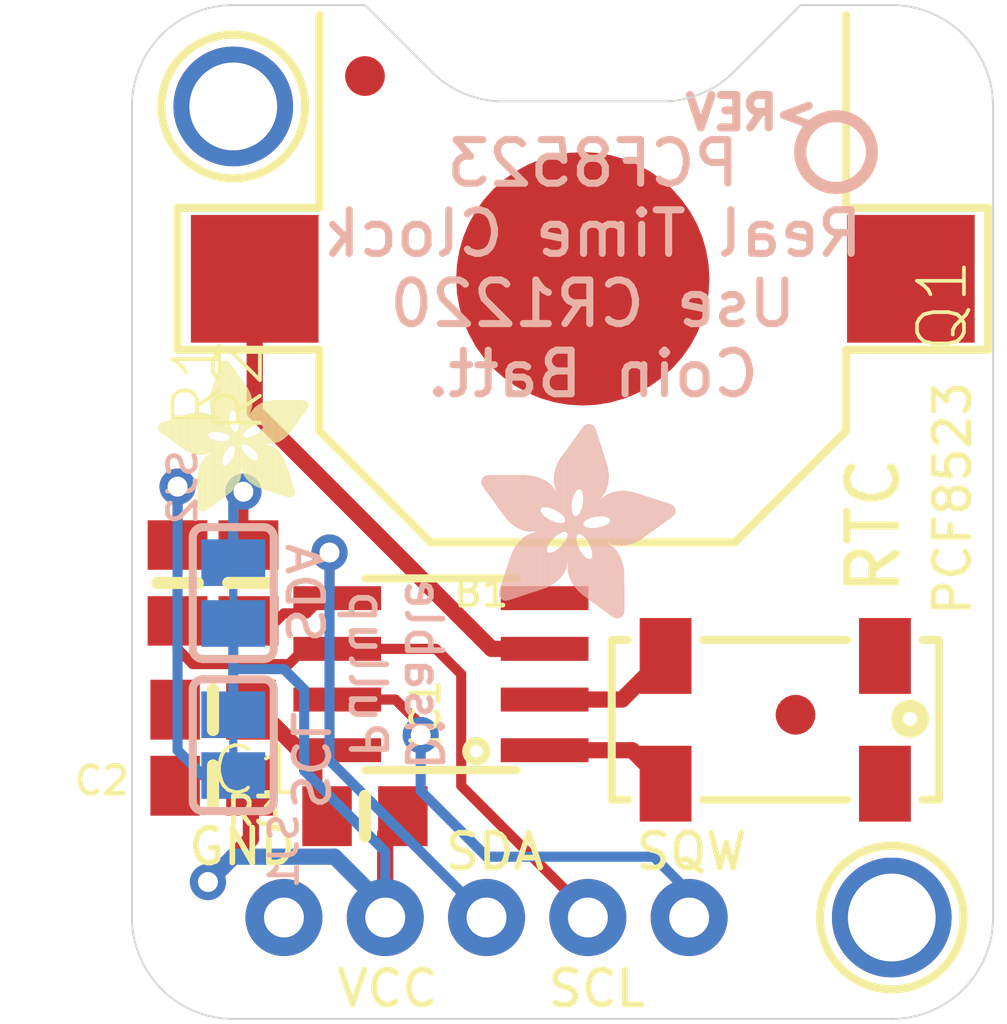
<source format=kicad_pcb>
(kicad_pcb (version 20211014) (generator pcbnew)
  (layers (0 "F.Cu" signal) (1 "In1.Cu" signal) (2 "In2.Cu" signal) (3 "In3.Cu" signal) (4 "In4.Cu" signal) (5 "In5.Cu" signal) (6 "In6.Cu" signal) (7 "In7.Cu" signal) (8 "In8.Cu" signal) (9 "In9.Cu" signal) (10 "In10.Cu" signal) (11 "In11.Cu" signal) (12 "In12.Cu" signal) (13 "In13.Cu" signal) (14 "In14.Cu" signal) (31 "B.Cu" signal) (34 "B.Paste" user) (35 "F.Paste" user) (36 "B.SilkS" user "B.Silkscreen") (37 "F.SilkS" user "F.Silkscreen") (38 "B.Mask" user) (39 "F.Mask" user) (44 "Edge.Cuts" user))
  (net 0 "")
  (net 1 "GND")
  (net 2 "VCC")
  (net 3 "SDA")
  (net 4 "SCL")
  (net 5 "N$14")
  (net 6 "N$15")
  (net 7 "VBAT")
  (net 8 "SQW")
  (net 9 "N$1")
  (net 10 "N$2")
  (net 11 "N$3")
  (footprint "boardEagle:SOIC8_150MIL" (layer "F.Cu") (at 145.4531 109.0676 90)
    (fp_text reference "IC1" (at -1.905 -0.381 90) (layer "F.SilkS") (effects (font (size 0.692831 0.692831) (thickness 0.119969)) (justify left)))
    (fp_text value "RTC_PCF8523T")
    (pad "1" smd rect (at -1.905 2.6 90) (size 0.6 2.2) (layers "F.Cu" "F.Paste" "F.Mask") (net 5 "N$14"))
    (pad "2" smd rect (at -0.635 2.6 90) (size 0.6 2.2) (layers "F.Cu" "F.Paste" "F.Mask") (net 6 "N$15"))
    (pad "3" smd rect (at 0.635 2.6 90) (size 0.6 2.2) (layers "F.Cu" "F.Paste" "F.Mask") (net 7 "VBAT"))
    (pad "4" smd rect (at 1.905 2.6 90) (size 0.6 2.2) (layers "F.Cu" "F.Paste" "F.Mask") (net 1 "GND"))
    (pad "5" smd rect (at 1.905 -2.6 90) (size 0.6 2.2) (layers "F.Cu" "F.Paste" "F.Mask") (net 3 "SDA"))
    (pad "6" smd rect (at 0.635 -2.6 90) (size 0.6 2.2) (layers "F.Cu" "F.Paste" "F.Mask") (net 4 "SCL"))
    (pad "7" smd rect (at -0.635 -2.6 90) (size 0.6 2.2) (layers "F.Cu" "F.Paste" "F.Mask") (net 8 "SQW"))
    (pad "8" smd rect (at -1.905 -2.6 90) (size 0.6 2.2) (layers "F.Cu" "F.Paste" "F.Mask") (net 11 "N$3"))
  )
  (footprint "boardEagle:0805-NO" (layer "F.Cu") (at 140.6271 106.7816 90)
    (fp_text reference "R1" (at 3.81 -1.27 90) (layer "F.SilkS") (effects (font (size 1.176691 1.176691) (thickness 0.093309)) (justify left)))
    (fp_text value "10K")
    (pad "1" smd rect (at -0.95 0 90) (size 1.24 1.5) (layers "F.Cu" "F.Paste" "F.Mask") (net 3 "SDA"))
    (pad "2" smd rect (at 0.95 0 90) (size 1.24 1.5) (layers "F.Cu" "F.Paste" "F.Mask") (net 10 "N$2"))
  )
  (footprint "boardEagle:0805-NO" (layer "F.Cu") (at 138.8491 106.7816 -90)
    (fp_text reference "R2" (at -6.096 -1.524 90) (layer "F.SilkS") (effects (font (size 1.176691 1.176691) (thickness 0.093309)) (justify right)))
    (fp_text value "10K")
    (pad "1" smd rect (at -0.95 0 270) (size 1.24 1.5) (layers "F.Cu" "F.Paste" "F.Mask") (net 9 "N$1"))
    (pad "2" smd rect (at 0.95 0 270) (size 1.24 1.5) (layers "F.Cu" "F.Paste" "F.Mask") (net 4 "SCL"))
  )
  (footprint "boardEagle:1X05_ROUND_76" (layer "F.Cu") (at 146.5961 115.1636 180)
    (fp_text reference "JP2" hide)
    (fp_text value "")
    (pad "1" thru_hole circle (at -5.08 0 270) (size 1.9304 1.9304) (drill 1) (layers *.Cu *.Mask) (net 8 "SQW"))
    (pad "2" thru_hole circle (at -2.54 0 270) (size 1.9304 1.9304) (drill 1) (layers *.Cu *.Mask) (net 4 "SCL"))
    (pad "3" thru_hole circle (at 0 0 270) (size 1.9304 1.9304) (drill 1) (layers *.Cu *.Mask) (net 3 "SDA"))
    (pad "4" thru_hole circle (at 2.54 0 270) (size 1.9304 1.9304) (drill 1) (layers *.Cu *.Mask) (net 2 "VCC"))
    (pad "5" thru_hole circle (at 5.08 0 270) (size 1.9304 1.9304) (drill 1) (layers *.Cu *.Mask) (net 1 "GND"))
  )
  (footprint "boardEagle:0805-NO" (layer "F.Cu") (at 139.7381 111.8616 180)
    (fp_text reference "C2" (at 2.032 0.127) (layer "F.SilkS") (effects (font (size 0.692831 0.692831) (thickness 0.119969)) (justify right)))
    (fp_text value "10uF")
    (pad "1" smd rect (at -0.95 0 180) (size 1.24 1.5) (layers "F.Cu" "F.Paste" "F.Mask") (net 2 "VCC"))
    (pad "2" smd rect (at 0.95 0 180) (size 1.24 1.5) (layers "F.Cu" "F.Paste" "F.Mask") (net 1 "GND"))
  )
  (footprint "boardEagle:FIDUCIAL_1MM" (layer "F.Cu") (at 154.3431 110.0836 90)
    (fp_text reference "FID2" hide)
    (fp_text value "FIDUCIAL\"\"" hide)
    (pad "1" smd roundrect (at 0 0 90) (size 1 1) (layers "F.Cu" "F.Mask") (roundrect_rratio 0.5))
  )
  (footprint "boardEagle:0805-NO" (layer "F.Cu") (at 143.5481 112.6236 180)
    (fp_text reference "R3" (at 2.032 0.127) (layer "F.SilkS") (effects (font (size 0.692831 0.692831) (thickness 0.119969)) (justify right)))
    (fp_text value "1K")
    (pad "1" smd rect (at -0.95 0 180) (size 1.24 1.5) (layers "F.Cu" "F.Paste" "F.Mask") (net 2 "VCC"))
    (pad "2" smd rect (at 0.95 0 180) (size 1.24 1.5) (layers "F.Cu" "F.Paste" "F.Mask") (net 11 "N$3"))
  )
  (footprint "boardEagle:CR1220" (layer "F.Cu") (at 149.0091 99.1616)
    (fp_text reference "B1" (at -3.302 7.86) (layer "F.SilkS") (effects (font (size 0.692831 0.692831) (thickness 0.119969)) (justify left)))
    (fp_text value "CR1220")
    (pad "+$1" smd rect (at -8.2254 0) (size 3.2 3.2) (layers "F.Cu" "F.Paste" "F.Mask") (net 7 "VBAT"))
    (pad "+$2" smd rect (at 8.2254 0) (size 3.2 3.2) (layers "F.Cu" "F.Paste" "F.Mask"))
    (pad "-" smd roundrect (at 0 0) (size 6.35 6.35) (layers "F.Cu" "F.Mask") (roundrect_rratio 0.5) (net 1 "GND"))
  )
  (footprint "boardEagle:MOUNTINGHOLE_2.0_PLATED" (layer "F.Cu") (at 156.7561 115.1636 90)
    (fp_text reference "U$4" hide)
    (fp_text value "MOUNTINGHOLE2.0" hide)
    (pad "P$1" thru_hole circle (at 0 0 90) (size 3 3) (drill 2.2) (layers *.Cu *.Mask))
  )
  (footprint "boardEagle:MOUNTINGHOLE_2.0_PLATED" (layer "F.Cu") (at 140.2461 94.8436 90)
    (fp_text reference "U$1" hide)
    (fp_text value "MOUNTINGHOLE2.0" hide)
    (pad "P$1" thru_hole circle (at 0 0 90) (size 3 3) (drill 2.2) (layers *.Cu *.Mask))
  )
  (footprint "boardEagle:FIDUCIAL_1MM" (layer "F.Cu") (at 143.5481 94.0816 90)
    (fp_text reference "FID1" hide)
    (fp_text value "FIDUCIAL\"\"" hide)
    (pad "1" smd roundrect (at 0 0 90) (size 1 1) (layers "F.Cu" "F.Mask") (roundrect_rratio 0.5))
  )
  (footprint "boardEagle:ADAFRUIT_3.5MM" (layer "F.Cu") (at 142.1511 105.0036 90)
    (fp_text reference "U$2" hide)
    (fp_text value "" hide)
  )
  (footprint "boardEagle:CRYSTAL_8X3.8" (layer "F.Cu") (at 153.8351 110.2106)
    (fp_text reference "Q1" (at 4.191 -9.144 90) (layer "F.SilkS") (effects (font (size 1.176691 1.176691) (thickness 0.093309)) (justify left)))
    (fp_text value "32.768")
    (pad "P$1" smd rect (at -2.75 1.6) (size 1.3 1.9) (layers "F.Cu" "F.Paste" "F.Mask") (net 5 "N$14"))
    (pad "P$2" smd rect (at 2.75 1.6) (size 1.3 1.9) (layers "F.Cu" "F.Paste" "F.Mask"))
    (pad "P$3" smd rect (at 2.75 -1.6) (size 1.3 1.9) (layers "F.Cu" "F.Paste" "F.Mask"))
    (pad "P$4" smd rect (at -2.75 -1.6) (size 1.3 1.9) (layers "F.Cu" "F.Paste" "F.Mask") (net 6 "N$15"))
  )
  (footprint "boardEagle:0805-NO" (layer "F.Cu") (at 139.7381 109.9566 180)
    (fp_text reference "C1" (at -2.286 -1.524) (layer "F.SilkS") (effects (font (size 1.176691 1.176691) (thickness 0.093309)) (justify right)))
    (fp_text value "10uF")
    (pad "1" smd rect (at -0.95 0 180) (size 1.24 1.5) (layers "F.Cu" "F.Paste" "F.Mask") (net 11 "N$3"))
    (pad "2" smd rect (at 0.95 0 180) (size 1.24 1.5) (layers "F.Cu" "F.Paste" "F.Mask") (net 1 "GND"))
  )
  (footprint "boardEagle:SOLDERJUMPER_CLOSEDWIRE" (layer "B.Cu") (at 140.2461 107.0356 -90)
    (fp_text reference "SJ2" (at -1.651 1.27 -270) (layer "B.SilkS") (effects (font (size 0.692831 0.692831) (thickness 0.119969)) (justify right mirror)))
    (fp_text value "")
    (pad "1" smd rect (at -0.762 0 270) (size 1.1684 1.6002) (layers "B.Cu" "B.Mask") (net 10 "N$2"))
    (pad "2" smd rect (at 0.762 0 270) (size 1.1684 1.6002) (layers "B.Cu" "B.Mask") (net 2 "VCC"))
    (pad "WIRE" smd rect (at 0 0 270) (size 0.635 0.2032) (layers "B.Cu" "B.Mask"))
  )
  (footprint "boardEagle:SOLDERJUMPER_CLOSEDWIRE" (layer "B.Cu") (at 140.2461 110.8456 90)
    (fp_text reference "SJ1" (at -1.651 1.27 90) (layer "B.SilkS") (effects (font (size 0.692831 0.692831) (thickness 0.119969)) (justify left mirror)))
    (fp_text value "")
    (pad "1" smd rect (at -0.762 0 90) (size 1.1684 1.6002) (layers "B.Cu" "B.Mask") (net 9 "N$1"))
    (pad "2" smd rect (at 0.762 0 90) (size 1.1684 1.6002) (layers "B.Cu" "B.Mask") (net 2 "VCC"))
    (pad "WIRE" smd rect (at 0 0 90) (size 0.635 0.2032) (layers "B.Cu" "B.Mask"))
  )
  (footprint "boardEagle:ADAFRUIT_5MM" (layer "B.Cu") (at 146.4691 107.6706 90)
    (fp_text reference "U$5" hide)
    (fp_text value "" hide)
  )
  (footprint "boardEagle:PCBFEAT-REV-040" (layer "B.Cu") (at 155.3591 95.9866)
    (fp_text reference "U$3" hide)
    (fp_text value "" hide)
    (fp_text user ">REV" (at -0.3556 -0.508 180) (layer "B.SilkS") (effects (font (size 0.8128 0.8128) (thickness 0.2032)) (justify left bottom mirror)))
  )
  (gr_line (start 143.5481 92.3036) (end 145.21715 93.97265) (layer "Edge.Cuts") (width 0.05))
  (gr_line (start 140.2461 92.3036) (end 143.5481 92.3036) (layer "Edge.Cuts") (width 0.05))
  (gr_line (start 154.4701 92.3036) (end 156.7561 92.3036) (layer "Edge.Cuts") (width 0.05))
  (gr_line (start 147.013203 94.7166) (end 151.004996 94.7166) (layer "Edge.Cuts") (width 0.05))
  (gr_arc (start 159.2961 115.1636) (mid 158.552151 116.959651) (end 156.7561 117.7036) (layer "Edge.Cuts") (width 0.05))
  (gr_arc (start 137.7061 94.8436) (mid 138.450049 93.047549) (end 140.2461 92.3036) (layer "Edge.Cuts") (width 0.05))
  (gr_arc (start 156.7561 92.3036) (mid 158.552151 93.047549) (end 159.2961 94.8436) (layer "Edge.Cuts") (width 0.05))
  (gr_arc (start 147.013203 94.716599) (mid 146.041186 94.523253) (end 145.21715 93.97265) (layer "Edge.Cuts") (width 0.05))
  (gr_line (start 159.2961 94.8436) (end 159.2961 115.1636) (layer "Edge.Cuts") (width 0.05))
  (gr_arc (start 140.2461 117.7036) (mid 138.450049 116.959651) (end 137.7061 115.1636) (layer "Edge.Cuts") (width 0.05))
  (gr_line (start 137.7061 115.1636) (end 137.7061 94.8436) (layer "Edge.Cuts") (width 0.05))
  (gr_arc (start 152.80105 93.97265) (mid 151.977014 94.523254) (end 151.004996 94.7166) (layer "Edge.Cuts") (width 0.05))
  (gr_line (start 152.80105 93.97265) (end 154.4701 92.3036) (layer "Edge.Cuts") (width 0.05))
  (gr_line (start 156.7561 117.7036) (end 140.2461 117.7036) (layer "Edge.Cuts") (width 0.05))
  (gr_text "SCL" (at 142.1511 111.2266 -90) (layer "B.SilkS") (effects (font (size 0.87376 0.87376) (thickness 0.14224)) (justify mirror)))
  (gr_text "Disable\nPullup" (at 144.3101 109.0676 -90) (layer "B.SilkS") (effects (font (size 0.87376 0.87376) (thickness 0.14224)) (justify mirror)))
  (gr_text "SDA" (at 142.0241 107.0356 -90) (layer "B.SilkS") (effects (font (size 0.87376 0.87376) (thickness 0.14224)) (justify mirror)))
  (gr_text "PCF8523\nReal Time Clock\nUse CR1220\nCoin Batt." (at 149.2631 98.9076) (layer "B.SilkS") (effects (font (size 1.0922 1.0922) (thickness 0.1778)) (justify mirror)))
  (gr_text "RTC" (at 157.0101 107.1626 90) (layer "F.SilkS") (effects (font (size 1.223264 1.223264) (thickness 0.199136)) (justify left bottom)))
  (gr_text "VCC" (at 145.4531 116.4336) (layer "F.SilkS") (effects (font (size 0.87376 0.87376) (thickness 0.14224)) (justify right top)))
  (gr_text "SCL" (at 150.6601 116.4336) (layer "F.SilkS") (effects (font (size 0.87376 0.87376) (thickness 0.14224)) (justify right top)))
  (gr_text "GND" (at 141.8971 112.8776) (layer "F.SilkS") (effects (font (size 0.87376 0.87376) (thickness 0.14224)) (justify right top)))
  (gr_text "SDA" (at 148.1201 113.0046) (layer "F.SilkS") (effects (font (size 0.87376 0.87376) (thickness 0.14224)) (justify right top)))
  (gr_text "SQW" (at 153.2001 113.0046) (layer "F.SilkS") (effects (font (size 0.87376 0.87376) (thickness 0.14224)) (justify right top)))
  (gr_text "PCF8523" (at 158.7881 107.6706 90) (layer "F.SilkS") (effects (font (size 0.87376 0.87376) (thickness 0.14224)) (justify left bottom)))
  (segment (start 144.0561 113.0656) (end 144.0561 115.1636) (width 0.4064) (layer "F.Cu") (net 2))
  (segment (start 140.6881 113.1976) (end 139.6111 114.2746) (width 0.4064) (layer "F.Cu") (net 2))
  (segment (start 144.4981 112.6236) (end 144.0561 113.0656) (width 0.4064) (layer "F.Cu") (net 2))
  (segment (start 140.6881 111.8616) (end 140.6881 113.1976) (width 0.4064) (layer "F.Cu") (net 2))
  (via (at 139.6111 114.2746) (size 0.9064) (drill 0.5) (layers "F.Cu" "B.Cu") (net 2))
  (segment (start 141.5161 108.9406) (end 140.2461 108.9406) (width 0.254) (layer "B.Cu") (net 2))
  (segment (start 142.0241 111.4806) (end 142.0241 109.4486) (width 0.254) (layer "B.Cu") (net 2))
  (segment (start 142.7861 113.6396) (end 144.0561 114.9096) (width 0.4064) (layer "B.Cu") (net 2))
  (segment (start 142.0241 109.4486) (end 141.5161 108.9406) (width 0.254) (layer "B.Cu") (net 2))
  (segment (start 144.0561 113.5126) (end 142.0241 111.4806) (width 0.254) (layer "B.Cu") (net 2))
  (segment (start 140.2461 110.0836) (end 140.2461 108.9406) (width 0.254) (layer "B.Cu") (net 2))
  (segment (start 144.0561 114.9096) (end 144.0561 115.1636) (width 0.4064) (layer "B.Cu") (net 2))
  (segment (start 140.2461 113.6396) (end 142.7861 113.6396) (width 0.4064) (layer "B.Cu") (net 2))
  (segment (start 144.0561 115.1636) (end 144.0561 113.5126) (width 0.254) (layer "B.Cu") (net 2))
  (segment (start 140.2461 108.9406) (end 140.2461 107.7976) (width 0.254) (layer "B.Cu") (net 2))
  (segment (start 139.6111 114.2746) (end 140.2461 113.6396) (width 0.4064) (layer "B.Cu") (net 2))
  (segment (start 142.0841 107.5436) (end 141.5161 107.5436) (width 0.254) (layer "F.Cu") (net 3))
  (segment (start 141.3281 107.7316) (end 140.6271 107.7316) (width 0.254) (layer "F.Cu") (net 3))
  (segment (start 142.6591 106.0196) (end 142.6591 106.9686) (width 0.254) (layer "F.Cu") (net 3))
  (segment (start 142.6591 106.9686) (end 142.8531 107.1626) (width 0.254) (layer "F.Cu") (net 3))
  (segment (start 142.6591 106.9686) (end 142.0841 107.5436) (width 0.254) (layer "F.Cu") (net 3))
  (segment (start 141.5161 107.5436) (end 141.3281 107.7316) (width 0.254) (layer "F.Cu") (net 3))
  (via (at 142.6591 106.0196) (size 0.9064) (drill 0.5) (layers "F.Cu" "B.Cu") (net 3))
  (segment (start 146.5961 115.1636) (end 142.6591 111.2266) (width 0.254) (layer "B.Cu") (net 3))
  (segment (start 142.6591 111.2266) (end 142.6591 106.0196) (width 0.254) (layer "B.Cu") (net 3))
  (segment (start 149.1361 115.0366) (end 145.9611 111.8616) (width 0.254) (layer "F.Cu") (net 4))
  (segment (start 149.1361 115.1636) (end 149.1361 115.0366) (width 0.254) (layer "F.Cu") (net 4))
  (segment (start 145.3261 108.4326) (end 142.8531 108.4326) (width 0.254) (layer "F.Cu") (net 4))
  (segment (start 138.8491 108.4326) (end 138.8491 107.7316) (width 0.254) (layer "F.Cu") (net 4))
  (segment (start 142.8531 108.4326) (end 142.0241 108.4326) (width 0.254) (layer "F.Cu") (net 4))
  (segment (start 141.6431 108.8136) (end 139.2301 108.8136) (width 0.254) (layer "F.Cu") (net 4))
  (segment (start 142.0241 108.4326) (end 141.6431 108.8136) (width 0.254) (layer "F.Cu") (net 4))
  (segment (start 145.9611 111.8616) (end 145.9611 109.0676) (width 0.254) (layer "F.Cu") (net 4))
  (segment (start 139.2301 108.8136) (end 138.8491 108.4326) (width 0.254) (layer "F.Cu") (net 4))
  (segment (start 145.9611 109.0676) (end 145.3261 108.4326) (width 0.254) (layer "F.Cu") (net 4))
  (segment (start 148.0531 110.9726) (end 150.2471 110.9726) (width 0.4064) (layer "F.Cu") (net 5))
  (segment (start 150.2471 110.9726) (end 151.0851 111.8106) (width 0.4064) (layer "F.Cu") (net 5))
  (segment (start 149.9931 109.7026) (end 151.0851 108.6106) (width 0.4064) (layer "F.Cu") (net 6))
  (segment (start 148.0531 109.7026) (end 149.9931 109.7026) (width 0.4064) (layer "F.Cu") (net 6))
  (segment (start 146.7231 108.4326) (end 148.0531 108.4326) (width 0.4064) (layer "F.Cu") (net 7))
  (segment (start 146.7231 108.4326) (end 140.7837 102.4932) (width 0.4064) (layer "F.Cu") (net 7))
  (segment (start 140.7837 102.4932) (end 140.7837 99.1616) (width 0.4064) (layer "F.Cu") (net 7))
  (segment (start 144.9451 110.3376) (end 144.3101 109.7026) (width 0.254) (layer "F.Cu") (net 8))
  (segment (start 142.8531 109.7026) (end 144.3101 109.7026) (width 0.254) (layer "F.Cu") (net 8))
  (segment (start 144.9451 110.5916) (end 144.9451 110.3376) (width 0.254) (layer "F.Cu") (net 8))
  (via (at 144.9451 110.5916) (size 0.9064) (drill 0.5) (layers "F.Cu" "B.Cu") (net 8))
  (segment (start 150.7871 113.6396) (end 146.5961 113.6396) (width 0.254) (layer "B.Cu") (net 8))
  (segment (start 151.6761 114.5286) (end 150.7871 113.6396) (width 0.254) (layer "B.Cu") (net 8))
  (segment (start 151.6761 115.1636) (end 151.6761 114.5286) (width 0.254) (layer "B.Cu") (net 8))
  (segment (start 144.9451 111.9886) (end 144.9451 110.5916) (width 0.254) (layer "B.Cu") (net 8))
  (segment (start 146.5961 113.6396) (end 144.9451 111.9886) (width 0.254) (layer "B.Cu") (net 8))
  (segment (start 138.8491 105.8316) (end 138.8491 104.3686) (width 0.254) (layer "F.Cu") (net 9))
  (via (at 138.8491 104.3686) (size 0.9064) (drill 0.5) (layers "F.Cu" "B.Cu") (net 9))
  (segment (start 139.4841 111.6076) (end 140.2461 111.6076) (width 0.254) (layer "B.Cu") (net 9))
  (segment (start 138.8491 110.9726) (end 138.8491 104.3686) (width 0.254) (layer "B.Cu") (net 9))
  (segment (start 139.4841 111.6076) (end 138.8491 110.9726) (width 0.254) (layer "B.Cu") (net 9))
  (segment (start 140.6271 105.8316) (end 140.5001 105.7046) (width 0.254) (layer "F.Cu") (net 10))
  (segment (start 140.5001 105.7046) (end 140.5001 104.4956) (width 0.254) (layer "F.Cu") (net 10))
  (via (at 140.5001 104.4956) (size 0.9064) (drill 0.5) (layers "F.Cu" "B.Cu") (net 10))
  (segment (start 140.2461 104.7496) (end 140.5001 104.4956) (width 0.254) (layer "B.Cu") (net 10))
  (segment (start 140.2461 106.2736) (end 140.2461 104.7496) (width 0.254) (layer "B.Cu") (net 10))
  (segment (start 142.2781 110.9726) (end 142.8531 110.9726) (width 0.4064) (layer "F.Cu") (net 11))
  (segment (start 142.5981 112.6236) (end 142.2781 112.3036) (width 0.4064) (layer "F.Cu") (net 11))
  (segment (start 140.6881 109.9566) (end 140.8811 109.9566) (width 0.4064) (layer "F.Cu") (net 11))
  (segment (start 141.8971 110.9726) (end 142.2781 110.9726) (width 0.4064) (layer "F.Cu") (net 11))
  (segment (start 142.2781 112.3036) (end 142.2781 110.9726) (width 0.4064) (layer "F.Cu") (net 11))
  (segment (start 140.8811 109.9566) (end 141.8971 110.9726) (width 0.4064) (layer "F.Cu") (net 11))
)
</source>
